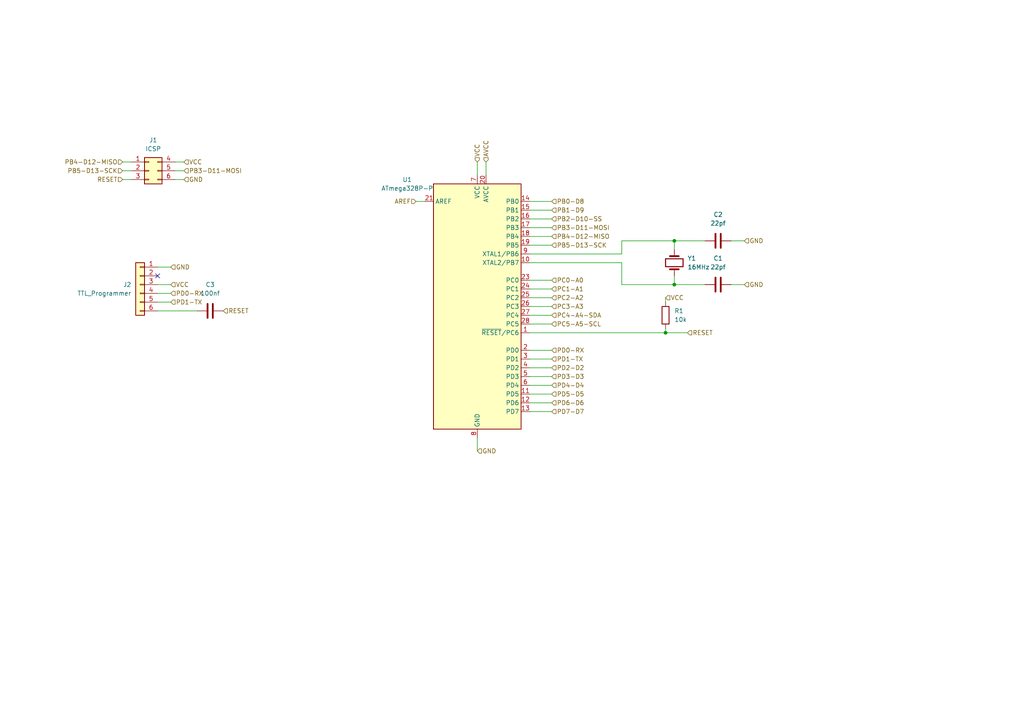
<source format=kicad_sch>
(kicad_sch (version 20231120) (generator "eeschema") (generator_version "8.0")
  (paper "A4")
  (lib_symbols
    (symbol "Connector_Generic:Conn_01x06" (pin_names (offset 1.016) hide)
      (property "Reference" "J" (at 0 7.62 0))
      (property "Value" "Conn_01x06" (at 0 -10.16 0))
      (symbol "Conn_01x06_1_1"
        (rectangle (start -1.27 -7.493) (end 0 -7.747) (stroke (width 0.1524)))
        (rectangle (start -1.27 -4.953) (end 0 -5.207) (stroke (width 0.1524)))
        (rectangle (start -1.27 -2.413) (end 0 -2.667) (stroke (width 0.1524)))
        (rectangle (start -1.27 0.127) (end 0 -0.127) (stroke (width 0.1524)))
        (rectangle (start -1.27 2.667) (end 0 2.413) (stroke (width 0.1524)))
        (rectangle (start -1.27 5.207) (end 0 4.953) (stroke (width 0.1524)))
        (rectangle (start -1.27 6.35) (end 1.27 -8.89) (stroke (width 0.254)) (fill (type background)))
        (pin passive line (at -5.08 5.08 0) (length 3.81) (name "Pin_1") (number "1"))
        (pin passive line (at -5.08 2.54 0) (length 3.81) (name "Pin_2") (number "2"))
        (pin passive line (at -5.08 0 0) (length 3.81) (name "Pin_3") (number "3"))
        (pin passive line (at -5.08 -2.54 0) (length 3.81) (name "Pin_4") (number "4"))
        (pin passive line (at -5.08 -5.08 0) (length 3.81) (name "Pin_5") (number "5"))
        (pin passive line (at -5.08 -7.62 0) (length 3.81) (name "Pin_6") (number "6"))
      )
    )
    (symbol "Connector_Generic:Conn_02x03_Top_Bottom" (pin_names (offset 1.016) hide)
      (property "Reference" "J" (at 1.27 5.08 0))
      (property "Value" "Conn_02x03_Top_Bottom" (at 1.27 -5.08 0))
      (symbol "Conn_02x03_Top_Bottom_1_1"
        (rectangle (start -1.27 -2.413) (end 0 -2.667) (stroke (width 0.1524)))
        (rectangle (start -1.27 0.127) (end 0 -0.127) (stroke (width 0.1524)))
        (rectangle (start -1.27 2.667) (end 0 2.413) (stroke (width 0.1524)))
        (rectangle (start -1.27 3.81) (end 3.81 -3.81) (stroke (width 0.254)) (fill (type background)))
        (rectangle (start 3.81 -2.413) (end 2.54 -2.667) (stroke (width 0.1524)))
        (rectangle (start 3.81 0.127) (end 2.54 -0.127) (stroke (width 0.1524)))
        (rectangle (start 3.81 2.667) (end 2.54 2.413) (stroke (width 0.1524)))
        (pin passive line (at -5.08 2.54 0) (length 3.81) (name "Pin_1") (number "1"))
        (pin passive line (at -5.08 0 0) (length 3.81) (name "Pin_2") (number "2"))
        (pin passive line (at -5.08 -2.54 0) (length 3.81) (name "Pin_3") (number "3"))
        (pin passive line (at 7.62 2.54 180) (length 3.81) (name "Pin_4") (number "4"))
        (pin passive line (at 7.62 0 180) (length 3.81) (name "Pin_5") (number "5"))
        (pin passive line (at 7.62 -2.54 180) (length 3.81) (name "Pin_6") (number "6"))
      )
    )
    (symbol "Device:C" (pin_numbers hide) (pin_names (offset 0.254))
      (property "Reference" "C" (at 0.635 2.54 0))
      (property "Value" "C" (at 0.635 -2.54 0))
      (symbol "C_0_1"
        (polyline (pts (xy -2.032 -0.762) (xy 2.032 -0.762)) (stroke (width 0.508)))
        (polyline (pts (xy -2.032 0.762) (xy 2.032 0.762)) (stroke (width 0.508)))
      )
      (symbol "C_1_1"
        (pin passive line (at 0 3.81 270) (length 2.794) (name "~") (number "1"))
        (pin passive line (at 0 -3.81 90) (length 2.794) (name "~") (number "2"))
      )
    )
    (symbol "Device:Crystal" (pin_numbers hide) (pin_names (offset 1.016) hide)
      (property "Reference" "Y" (at 0 3.81 0))
      (property "Value" "Crystal" (at 0 -3.81 0))
      (symbol "Crystal_0_1"
        (rectangle (start -1.143 2.54) (end 1.143 -2.54) (stroke (width 0.3048)))
        (polyline (pts (xy -2.54 0) (xy -1.905 0)))
        (polyline (pts (xy -1.905 -1.27) (xy -1.905 1.27)) (stroke (width 0.508)))
        (polyline (pts (xy 1.905 -1.27) (xy 1.905 1.27)) (stroke (width 0.508)))
        (polyline (pts (xy 2.54 0) (xy 1.905 0)))
      )
      (symbol "Crystal_1_1"
        (pin passive line (at -3.81 0 0) (length 1.27) (name "1") (number "1"))
        (pin passive line (at 3.81 0 180) (length 1.27) (name "2") (number "2"))
      )
    )
    (symbol "Device:R" (pin_numbers hide) (pin_names (offset 0))
      (property "Reference" "R" (at 2.032 0 90))
      (property "Value" "R" (at 0 0 90))
      (symbol "R_0_1"
        (rectangle (start -1.016 -2.54) (end 1.016 2.54) (stroke (width 0.254)))
      )
      (symbol "R_1_1"
        (pin passive line (at 0 3.81 270) (length 1.27) (name "~") (number "1"))
        (pin passive line (at 0 -3.81 90) (length 1.27) (name "~") (number "2"))
      )
    )
    (symbol "MCU_Microchip_ATmega:ATmega328P-P"
      (property "Reference" "U" (at -12.7 36.83 0))
      (property "Value" "ATmega328P-P" (at 2.54 -36.83 0))
      (symbol "ATmega328P-P_0_1"
        (rectangle (start -12.7 -35.56) (end 12.7 35.56) (stroke (width 0.254)) (fill (type background)))
      )
      (symbol "ATmega328P-P_1_1"
        (pin bidirectional line (at 15.24 -7.62 180) (length 2.54) (name "~{RESET}/PC6") (number "1"))
        (pin bidirectional line (at 15.24 12.7 180) (length 2.54) (name "XTAL2/PB7") (number "10"))
        (pin bidirectional line (at 15.24 -25.4 180) (length 2.54) (name "PD5") (number "11"))
        (pin bidirectional line (at 15.24 -27.94 180) (length 2.54) (name "PD6") (number "12"))
        (pin bidirectional line (at 15.24 -30.48 180) (length 2.54) (name "PD7") (number "13"))
        (pin bidirectional line (at 15.24 30.48 180) (length 2.54) (name "PB0") (number "14"))
        (pin bidirectional line (at 15.24 27.94 180) (length 2.54) (name "PB1") (number "15"))
        (pin bidirectional line (at 15.24 25.4 180) (length 2.54) (name "PB2") (number "16"))
        (pin bidirectional line (at 15.24 22.86 180) (length 2.54) (name "PB3") (number "17"))
        (pin bidirectional line (at 15.24 20.32 180) (length 2.54) (name "PB4") (number "18"))
        (pin bidirectional line (at 15.24 17.78 180) (length 2.54) (name "PB5") (number "19"))
        (pin bidirectional line (at 15.24 -12.7 180) (length 2.54) (name "PD0") (number "2"))
        (pin power_in line (at 2.54 38.1 270) (length 2.54) (name "AVCC") (number "20"))
        (pin passive line (at -15.24 30.48 0) (length 2.54) (name "AREF") (number "21"))
        (pin passive line (at 0 -38.1 90) (length 2.54) hide (name "GND") (number "22"))
        (pin bidirectional line (at 15.24 7.62 180) (length 2.54) (name "PC0") (number "23"))
        (pin bidirectional line (at 15.24 5.08 180) (length 2.54) (name "PC1") (number "24"))
        (pin bidirectional line (at 15.24 2.54 180) (length 2.54) (name "PC2") (number "25"))
        (pin bidirectional line (at 15.24 0 180) (length 2.54) (name "PC3") (number "26"))
        (pin bidirectional line (at 15.24 -2.54 180) (length 2.54) (name "PC4") (number "27"))
        (pin bidirectional line (at 15.24 -5.08 180) (length 2.54) (name "PC5") (number "28"))
        (pin bidirectional line (at 15.24 -15.24 180) (length 2.54) (name "PD1") (number "3"))
        (pin bidirectional line (at 15.24 -17.78 180) (length 2.54) (name "PD2") (number "4"))
        (pin bidirectional line (at 15.24 -20.32 180) (length 2.54) (name "PD3") (number "5"))
        (pin bidirectional line (at 15.24 -22.86 180) (length 2.54) (name "PD4") (number "6"))
        (pin power_in line (at 0 38.1 270) (length 2.54) (name "VCC") (number "7"))
        (pin power_in line (at 0 -38.1 90) (length 2.54) (name "GND") (number "8"))
        (pin bidirectional line (at 15.24 15.24 180) (length 2.54) (name "XTAL1/PB6") (number "9"))
      )
    )
  )
  (junction (at 195.58 69.85))
  (junction (at 193.04 96.52))
  (junction (at 195.58 82.55))
  (no_connect (at 45.72 80.01))
  (wire (pts (xy 45.72 87.63) (xy 49.53 87.63)))
  (wire (pts (xy 153.67 68.58) (xy 160.02 68.58)))
  (wire (pts (xy 153.67 104.14) (xy 160.02 104.14)))
  (wire (pts (xy 153.67 73.66) (xy 180.34 73.66)))
  (wire (pts (xy 153.67 71.12) (xy 160.02 71.12)))
  (wire (pts (xy 35.56 49.53) (xy 38.1 49.53)))
  (wire (pts (xy 153.67 63.5) (xy 160.02 63.5)))
  (wire (pts (xy 153.67 116.84) (xy 160.02 116.84)))
  (wire (pts (xy 50.8 46.99) (xy 53.34 46.99)))
  (wire (pts (xy 45.72 77.47) (xy 49.53 77.47)))
  (wire (pts (xy 153.67 106.68) (xy 160.02 106.68)))
  (wire (pts (xy 180.34 76.2) (xy 180.34 82.55)))
  (wire (pts (xy 45.72 82.55) (xy 49.53 82.55)))
  (wire (pts (xy 153.67 96.52) (xy 193.04 96.52)))
  (wire (pts (xy 153.67 109.22) (xy 160.02 109.22)))
  (wire (pts (xy 35.56 46.99) (xy 38.1 46.99)))
  (wire (pts (xy 153.67 86.36) (xy 160.02 86.36)))
  (wire (pts (xy 138.43 127) (xy 138.43 130.81)))
  (wire (pts (xy 153.67 76.2) (xy 180.34 76.2)))
  (wire (pts (xy 45.72 90.17) (xy 57.15 90.17)))
  (wire (pts (xy 153.67 91.44) (xy 160.02 91.44)))
  (wire (pts (xy 45.72 85.09) (xy 49.53 85.09)))
  (wire (pts (xy 153.67 101.6) (xy 160.02 101.6)))
  (wire (pts (xy 120.65 58.42) (xy 123.19 58.42)))
  (wire (pts (xy 35.56 52.07) (xy 38.1 52.07)))
  (wire (pts (xy 153.67 114.3) (xy 160.02 114.3)))
  (wire (pts (xy 212.09 69.85) (xy 215.9 69.85)))
  (wire (pts (xy 138.43 46.99) (xy 138.43 50.8)))
  (wire (pts (xy 204.47 82.55) (xy 195.58 82.55)))
  (wire (pts (xy 195.58 72.39) (xy 195.58 69.85)))
  (wire (pts (xy 180.34 69.85) (xy 195.58 69.85)))
  (wire (pts (xy 193.04 95.25) (xy 193.04 96.52)))
  (wire (pts (xy 153.67 93.98) (xy 160.02 93.98)))
  (wire (pts (xy 140.97 46.99) (xy 140.97 50.8)))
  (wire (pts (xy 153.67 81.28) (xy 160.02 81.28)))
  (wire (pts (xy 195.58 69.85) (xy 204.47 69.85)))
  (wire (pts (xy 153.67 88.9) (xy 160.02 88.9)))
  (wire (pts (xy 50.8 49.53) (xy 53.34 49.53)))
  (wire (pts (xy 153.67 119.38) (xy 160.02 119.38)))
  (wire (pts (xy 180.34 82.55) (xy 195.58 82.55)))
  (wire (pts (xy 195.58 82.55) (xy 195.58 80.01)))
  (wire (pts (xy 193.04 86.36) (xy 193.04 87.63)))
  (wire (pts (xy 193.04 96.52) (xy 199.39 96.52)))
  (wire (pts (xy 153.67 83.82) (xy 160.02 83.82)))
  (wire (pts (xy 180.34 73.66) (xy 180.34 69.85)))
  (wire (pts (xy 50.8 52.07) (xy 53.34 52.07)))
  (wire (pts (xy 153.67 60.96) (xy 160.02 60.96)))
  (wire (pts (xy 153.67 58.42) (xy 160.02 58.42)))
  (wire (pts (xy 153.67 66.04) (xy 160.02 66.04)))
  (wire (pts (xy 153.67 111.76) (xy 160.02 111.76)))
  (wire (pts (xy 212.09 82.55) (xy 215.9 82.55)))
  (hierarchical_label "PB3-D11-MOSI" (shape input) (at 53.34 49.53 0))
  (hierarchical_label "PB1-D9" (shape input) (at 160.02 60.96 0))
  (hierarchical_label "GND" (shape input) (at 215.9 82.55 0))
  (hierarchical_label "PC0-A0" (shape input) (at 160.02 81.28 0))
  (hierarchical_label "PB4-D12-MISO" (shape input) (at 160.02 68.58 0))
  (hierarchical_label "GND" (shape input) (at 215.9 69.85 0))
  (hierarchical_label "PB4-D12-MISO" (shape input) (at 35.56 46.99 180))
  (hierarchical_label "PD5-D5" (shape input) (at 160.02 114.3 0))
  (hierarchical_label "PD0-RX" (shape input) (at 160.02 101.6 0))
  (hierarchical_label "VCC" (shape input) (at 138.43 46.99 90))
  (hierarchical_label "PD7-D7" (shape input) (at 160.02 119.38 0))
  (hierarchical_label "PC4-A4-SDA" (shape input) (at 160.02 91.44 0))
  (hierarchical_label "PB2-D10-SS" (shape input) (at 160.02 63.5 0))
  (hierarchical_label "VCC" (shape input) (at 53.34 46.99 0))
  (hierarchical_label "PD2-D2" (shape input) (at 160.02 106.68 0))
  (hierarchical_label "GND" (shape input) (at 138.43 130.81 0))
  (hierarchical_label "VCC" (shape input) (at 193.04 86.36 0))
  (hierarchical_label "PB0-D8" (shape input) (at 160.02 58.42 0))
  (hierarchical_label "PD4-D4" (shape input) (at 160.02 111.76 0))
  (hierarchical_label "GND" (shape input) (at 49.53 77.47 0))
  (hierarchical_label "PB3-D11-MOSI" (shape input) (at 160.02 66.04 0))
  (hierarchical_label "PB5-D13-SCK" (shape input) (at 160.02 71.12 0))
  (hierarchical_label "VCC" (shape input) (at 49.53 82.55 0))
  (hierarchical_label "PC3-A3" (shape input) (at 160.02 88.9 0))
  (hierarchical_label "PB5-D13-SCK" (shape input) (at 35.56 49.53 180))
  (hierarchical_label "RESET" (shape input) (at 64.77 90.17 0))
  (hierarchical_label "PD6-D6" (shape input) (at 160.02 116.84 0))
  (hierarchical_label "AVCC" (shape input) (at 140.97 46.99 90))
  (hierarchical_label "PD1-TX" (shape input) (at 160.02 104.14 0))
  (hierarchical_label "RESET" (shape input) (at 199.39 96.52 0))
  (hierarchical_label "PD1-TX" (shape input) (at 49.53 87.63 0))
  (hierarchical_label "RESET" (shape input) (at 35.56 52.07 180))
  (hierarchical_label "AREF" (shape input) (at 120.65 58.42 180))
  (hierarchical_label "PC5-A5-SCL" (shape input) (at 160.02 93.98 0))
  (hierarchical_label "PC2-A2" (shape input) (at 160.02 86.36 0))
  (hierarchical_label "PD0-RX" (shape input) (at 49.53 85.09 0))
  (hierarchical_label "PC1-A1" (shape input) (at 160.02 83.82 0))
  (hierarchical_label "PD3-D3" (shape input) (at 160.02 109.22 0))
  (hierarchical_label "GND" (shape input) (at 53.34 52.07 0))
  (symbol (lib_id "Connector_Generic:Conn_02x03_Top_Bottom") (at 43.18 49.53 0) (unit 1)
    (property "Reference" "J1" (at 44.45 40.64 0))
    (property "Value" "ICSP" (at 44.45 43.18 0))
    (property "Footprint" "Connector_PinHeader_2.54mm:PinHeader_2x03_P2.54mm_Vertical_SMD" (effects (hide yes)))
    (property "Description" "Generic connector, double row, 02x03, top/bottom pin numbering scheme (row 1: 1...pins_per_row, row2: pins_per_row+1 ... num_pins), script generated (kicad-library-utils/schlib/autogen/connector/)" (effects (hide yes)))
  )
  (symbol (lib_id "Device:C") (at 208.28 69.85 90) (unit 1)
    (property "Reference" "C2" (at 208.28 62.23 90))
    (property "Value" "22pf" (at 208.28 64.77 90))
    (property "Footprint" "Capacitor_SMD:C_1206_3216Metric_Pad1.33x1.80mm_HandSolder" (effects (hide yes)))
    (property "Description" "Unpolarized capacitor" (effects (hide yes)))
  )
  (symbol (lib_id "Connector_Generic:Conn_01x06") (at 40.64 82.55 0) (mirror y) (unit 1)
    (property "Reference" "J2" (at 38.1 82.5499 0) (effects (justify left)))
    (property "Value" "TTL_Programmer" (at 38.1 85.0899 0) (effects (justify left)))
    (property "Footprint" "Connector_PinHeader_2.54mm:PinHeader_1x06_P2.54mm_Vertical" (effects (hide yes)))
    (property "Description" "Generic connector, single row, 01x06, script generated (kicad-library-utils/schlib/autogen/connector/)" (effects (hide yes)))
  )
  (symbol (lib_id "Device:C") (at 60.96 90.17 90) (unit 1)
    (property "Reference" "C3" (at 60.96 82.55 90))
    (property "Value" "100nf" (at 60.96 85.09 90))
    (property "Footprint" "Capacitor_SMD:C_1206_3216Metric_Pad1.33x1.80mm_HandSolder" (effects (hide yes)))
    (property "Description" "Unpolarized capacitor" (effects (hide yes)))
  )
  (symbol (lib_id "Device:Crystal") (at 195.58 76.2 90) (unit 1)
    (property "Reference" "Y1" (at 199.39 74.9299 90) (effects (justify right)))
    (property "Value" "16MHz" (at 199.39 77.4699 90) (effects (justify right)))
    (property "Footprint" "Crystal:Crystal_HC49-U_Vertical" (effects (hide yes)))
    (property "Description" "Two pin crystal" (effects (hide yes)))
  )
  (symbol (lib_id "Device:R") (at 193.04 91.44 0) (unit 1)
    (property "Reference" "R1" (at 195.58 90.1699 0) (effects (justify left)))
    (property "Value" "10k" (at 195.58 92.7099 0) (effects (justify left)))
    (property "Footprint" "Resistor_SMD:R_1206_3216Metric_Pad1.30x1.75mm_HandSolder" (effects (hide yes)))
    (property "Description" "Resistor" (effects (hide yes)))
  )
  (symbol (lib_id "Device:C") (at 208.28 82.55 90) (unit 1)
    (property "Reference" "C1" (at 208.28 74.93 90))
    (property "Value" "22pf" (at 208.28 77.47 90))
    (property "Footprint" "Capacitor_SMD:C_1206_3216Metric_Pad1.33x1.80mm_HandSolder" (effects (hide yes)))
    (property "Description" "Unpolarized capacitor" (effects (hide yes)))
  )
  (symbol (lib_id "MCU_Microchip_ATmega:ATmega328P-P") (at 138.43 88.9 0) (unit 1)
    (property "Reference" "U1" (at 118.11 52.1014 0))
    (property "Value" "ATmega328P-P" (at 118.11 54.6414 0))
    (property "Footprint" "Package_DIP:DIP-28_W7.62mm" (effects (hide yes)))
    (property "Datasheet" "http://ww1.microchip.com/downloads/en/DeviceDoc/ATmega328_P%20AVR%20MCU%20with%20picoPower%20Technology%20Data%20Sheet%2040001984A.pdf" (effects (hide yes)))
    (property "Description" "20MHz, 32kB Flash, 2kB SRAM, 1kB EEPROM, DIP-28" (effects (hide yes)))
  )
)
</source>
